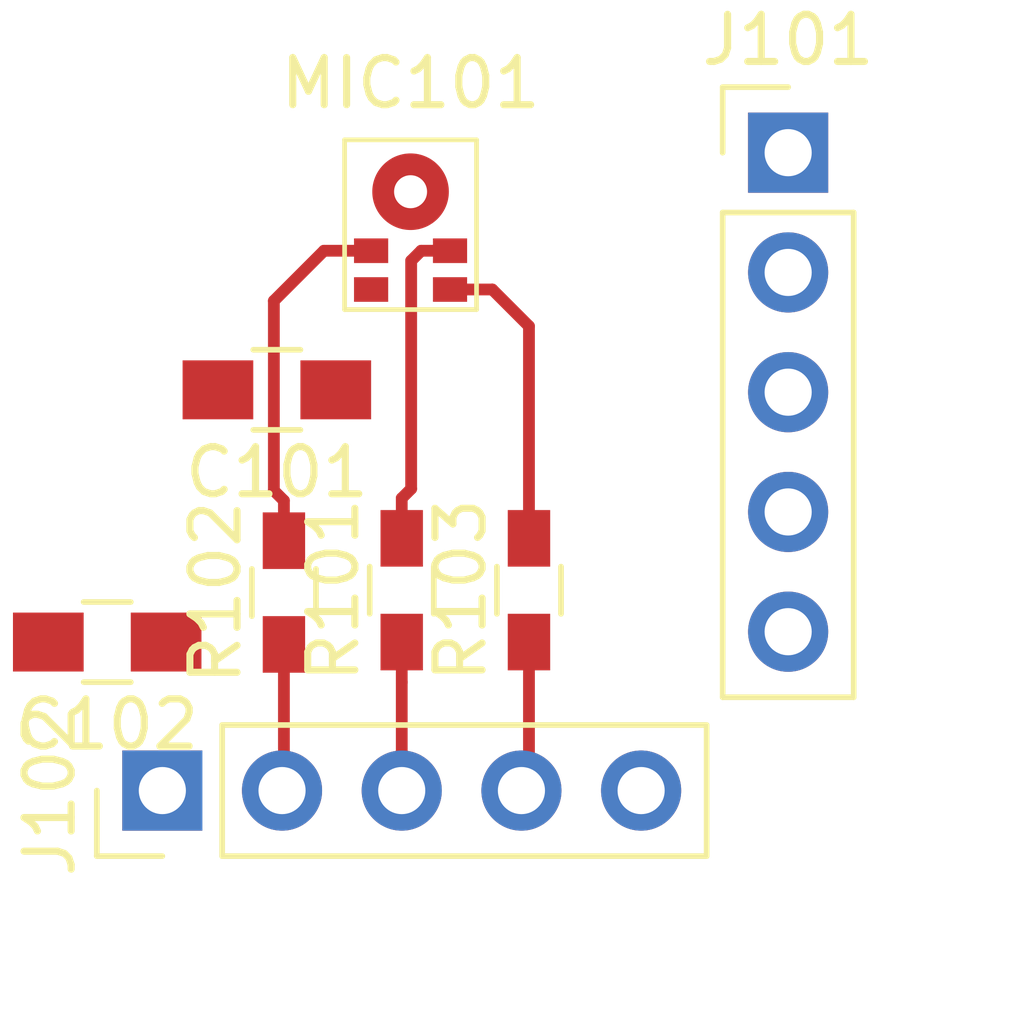
<source format=kicad_pcb>
(kicad_pcb (version 20221018) (generator pcbnew)
  (layers (0 "F.Cu" signal) (31 "B.Cu" signal) (34 "B.Paste" user) (35 "F.Paste" user) (36 "B.SilkS" user "B.Silkscreen") (37 "F.SilkS" user "F.Silkscreen") (38 "B.Mask" user) (39 "F.Mask" user) (44 "Edge.Cuts" user))
  (net 0 "")
  (net 1 "VCC")
  (net 2 "GND")
  (net 3 "Net-(J102-Pad2)")
  (net 4 "Net-(J102-Pad3)")
  (net 5 "Net-(J102-Pad4)")
  (net 6 "Net-(MIC101-Pad1)")
  (net 7 "Net-(MIC101-Pad2)")
  (net 8 "Net-(MIC101-Pad4)")
  (footprint "Capacitors_SMD:C_0805_HandSoldering" (layer "F.Cu") (at 147.85 109.55 180)
    (fp_text reference "C101" (at 0 -1.75 180) (layer "F.SilkS"))
    (fp_text value "1u")
    (fp_line (start -0.5 0.85) (end 0.5 0.85) (stroke (width 0.12)) (layer "F.SilkS"))
    (fp_line (start 0.5 -0.85) (end -0.5 -0.85) (stroke (width 0.12)) (layer "F.SilkS"))
    (pad "1" smd rect (at -1.25 0 180) (size 1.5 1.25) (layers "F.Cu" "F.Paste" "F.Mask") (net 1 "VCC"))
    (pad "2" smd rect (at 1.25 0 180) (size 1.5 1.25) (layers "F.Cu" "F.Paste" "F.Mask") (net 2 "GND"))
  )
  (footprint "Capacitors_SMD:C_0805_HandSoldering" (layer "F.Cu") (at 144.25 114.9 180)
    (fp_text reference "C102" (at 0 -1.75 180) (layer "F.SilkS"))
    (fp_text value "100n")
    (fp_line (start -0.5 0.85) (end 0.5 0.85) (stroke (width 0.12)) (layer "F.SilkS"))
    (fp_line (start 0.5 -0.85) (end -0.5 -0.85) (stroke (width 0.12)) (layer "F.SilkS"))
    (pad "1" smd rect (at -1.25 0 180) (size 1.5 1.25) (layers "F.Cu" "F.Paste" "F.Mask") (net 1 "VCC"))
    (pad "2" smd rect (at 1.25 0 180) (size 1.5 1.25) (layers "F.Cu" "F.Paste" "F.Mask") (net 2 "GND"))
  )
  (footprint "Pin_Headers:Pin_Header_Straight_1x05_Pitch2.54mm" (layer "F.Cu") (at 158.7 104.52)
    (fp_text reference "J101" (at 0 -2.39) (layer "F.SilkS"))
    (fp_text value "CONN_01X05")
    (fp_line (start -1.39 -1.39) (end 0 -1.39) (stroke (width 0.12)) (layer "F.SilkS"))
    (fp_line (start -1.39 0) (end -1.39 -1.39) (stroke (width 0.12)) (layer "F.SilkS"))
    (fp_line (start -1.39 1.27) (end -1.39 11.55) (stroke (width 0.12)) (layer "F.SilkS"))
    (fp_line (start -1.39 11.55) (end 1.39 11.55) (stroke (width 0.12)) (layer "F.SilkS"))
    (fp_line (start 1.39 1.27) (end -1.39 1.27) (stroke (width 0.12)) (layer "F.SilkS"))
    (fp_line (start 1.39 11.55) (end 1.39 1.27) (stroke (width 0.12)) (layer "F.SilkS"))
    (pad "1" thru_hole rect (at 0 0) (size 1.7 1.7) (drill 1) (layers "*.Cu" "*.Mask") (net 2 "GND"))
    (pad "2" thru_hole oval (at 0 2.54) (size 1.7 1.7) (drill 1) (layers "*.Cu" "*.Mask") (net 2 "GND"))
    (pad "3" thru_hole oval (at 0 5.08) (size 1.7 1.7) (drill 1) (layers "*.Cu" "*.Mask") (net 2 "GND"))
    (pad "4" thru_hole oval (at 0 7.62) (size 1.7 1.7) (drill 1) (layers "*.Cu" "*.Mask") (net 2 "GND"))
    (pad "5" thru_hole oval (at 0 10.16) (size 1.7 1.7) (drill 1) (layers "*.Cu" "*.Mask") (net 2 "GND"))
  )
  (footprint "Pin_Headers:Pin_Header_Straight_1x05_Pitch2.54mm" (layer "F.Cu") (at 145.42 118.05 90)
    (fp_text reference "J102" (at 0 -2.39 90) (layer "F.SilkS"))
    (fp_text value "CONN_01X05")
    (fp_line (start -1.39 -1.39) (end 0 -1.39) (stroke (width 0.12)) (layer "F.SilkS"))
    (fp_line (start -1.39 0) (end -1.39 -1.39) (stroke (width 0.12)) (layer "F.SilkS"))
    (fp_line (start -1.39 1.27) (end -1.39 11.55) (stroke (width 0.12)) (layer "F.SilkS"))
    (fp_line (start -1.39 11.55) (end 1.39 11.55) (stroke (width 0.12)) (layer "F.SilkS"))
    (fp_line (start 1.39 1.27) (end -1.39 1.27) (stroke (width 0.12)) (layer "F.SilkS"))
    (fp_line (start 1.39 11.55) (end 1.39 1.27) (stroke (width 0.12)) (layer "F.SilkS"))
    (pad "1" thru_hole rect (at 0 0 90) (size 1.7 1.7) (drill 1) (layers "*.Cu" "*.Mask") (net 1 "VCC"))
    (pad "2" thru_hole oval (at 0 2.54 90) (size 1.7 1.7) (drill 1) (layers "*.Cu" "*.Mask") (net 3 "Net-(J102-Pad2)"))
    (pad "3" thru_hole oval (at 0 5.08 90) (size 1.7 1.7) (drill 1) (layers "*.Cu" "*.Mask") (net 4 "Net-(J102-Pad3)"))
    (pad "4" thru_hole oval (at 0 7.62 90) (size 1.7 1.7) (drill 1) (layers "*.Cu" "*.Mask") (net 5 "Net-(J102-Pad4)"))
    (pad "5" thru_hole oval (at 0 10.16 90) (size 1.7 1.7) (drill 1) (layers "*.Cu" "*.Mask") (net 2 "GND"))
  )
  (footprint "knowles:SPH0641LU4H-1" (layer "F.Cu") (at 150.6875 105.348 180)
    (fp_text reference "MIC101" (at 0 2.3 180) (layer "F.SilkS"))
    (fp_text value "SPH0641LU4H-1")
    (fp_line (start -1.4 -2.5) (end -1.4 1.1) (stroke (width 0.1)) (layer "F.SilkS"))
    (fp_line (start -1.4 1.1) (end 1.4 1.1) (stroke (width 0.1)) (layer "F.SilkS"))
    (fp_line (start 1.4 -2.5) (end -1.4 -2.5) (stroke (width 0.1)) (layer "F.SilkS"))
    (fp_line (start 1.4 1.1) (end 1.4 -2.5) (stroke (width 0.1)) (layer "F.SilkS"))
    (pad "" np_thru_hole circle (at 0 0 180) (size 0.7 0.7) (drill 0.7) (layers "*.Cu" "*.Mask"))
    (pad "1" smd rect (at -0.8375 -2.074 180) (size 0.725 0.522) (layers "F.Cu" "F.Paste" "F.Mask") (net 6 "Net-(MIC101-Pad1)"))
    (pad "2" smd rect (at -0.8375 -1.252 180) (size 0.725 0.522) (layers "F.Cu" "F.Paste" "F.Mask") (net 7 "Net-(MIC101-Pad2)"))
    (pad "3" smd circle (at 0 0 180) (size 1.625 1.625) (layers "F.Cu") (net 2 "GND"))
    (pad "4" smd rect (at 0.8375 -1.252 180) (size 0.725 0.522) (layers "F.Cu" "F.Paste" "F.Mask") (net 8 "Net-(MIC101-Pad4)"))
    (pad "5" smd rect (at 0.8375 -2.074 180) (size 0.725 0.522) (layers "F.Cu" "F.Paste" "F.Mask") (net 1 "VCC"))
  )
  (footprint "Resistors_SMD:R_0603_HandSoldering" (layer "F.Cu") (at 150.5 113.8 90)
    (fp_text reference "R101" (at 0 -1.45 90) (layer "F.SilkS"))
    (fp_text value "R")
    (fp_line (start -0.5 -0.68) (end 0.5 -0.68) (stroke (width 0.12)) (layer "F.SilkS"))
    (fp_line (start 0.5 0.68) (end -0.5 0.68) (stroke (width 0.12)) (layer "F.SilkS"))
    (pad "1" smd rect (at -1.1 0 90) (size 1.2 0.9) (layers "F.Cu" "F.Paste" "F.Mask") (net 4 "Net-(J102-Pad3)"))
    (pad "2" smd rect (at 1.1 0 90) (size 1.2 0.9) (layers "F.Cu" "F.Paste" "F.Mask") (net 7 "Net-(MIC101-Pad2)"))
  )
  (footprint "Resistors_SMD:R_0603_HandSoldering" (layer "F.Cu") (at 148 113.85 90)
    (fp_text reference "R102" (at 0 -1.45 90) (layer "F.SilkS"))
    (fp_text value "R")
    (fp_line (start -0.5 -0.68) (end 0.5 -0.68) (stroke (width 0.12)) (layer "F.SilkS"))
    (fp_line (start 0.5 0.68) (end -0.5 0.68) (stroke (width 0.12)) (layer "F.SilkS"))
    (pad "1" smd rect (at -1.1 0 90) (size 1.2 0.9) (layers "F.Cu" "F.Paste" "F.Mask") (net 3 "Net-(J102-Pad2)"))
    (pad "2" smd rect (at 1.1 0 90) (size 1.2 0.9) (layers "F.Cu" "F.Paste" "F.Mask") (net 8 "Net-(MIC101-Pad4)"))
  )
  (footprint "Resistors_SMD:R_0603_HandSoldering" (layer "F.Cu") (at 153.2 113.8 90)
    (fp_text reference "R103" (at 0 -1.45 90) (layer "F.SilkS"))
    (fp_text value "R")
    (fp_line (start -0.5 -0.68) (end 0.5 -0.68) (stroke (width 0.12)) (layer "F.SilkS"))
    (fp_line (start 0.5 0.68) (end -0.5 0.68) (stroke (width 0.12)) (layer "F.SilkS"))
    (pad "1" smd rect (at -1.1 0 90) (size 1.2 0.9) (layers "F.Cu" "F.Paste" "F.Mask") (net 5 "Net-(J102-Pad4)"))
    (pad "2" smd rect (at 1.1 0 90) (size 1.2 0.9) (layers "F.Cu" "F.Paste" "F.Mask") (net 6 "Net-(MIC101-Pad1)"))
  )
  (segment (start 148 114.95) (end 148 118.01) (width 0.25) (layer "F.Cu") (net 3))
  (segment (start 148 118.01) (end 147.96 118.05) (width 0.25) (layer "F.Cu") (net 3))
  (segment (start 150.5 115.75) (end 150.5 118.05) (width 0.25) (layer "F.Cu") (net 4))
  (segment (start 150.5 114.9) (end 150.5 115.75) (width 0.25) (layer "F.Cu") (net 4))
  (segment (start 153.2 117.89) (end 153.04 118.05) (width 0.25) (layer "F.Cu") (net 5))
  (segment (start 153.2 114.9) (end 153.2 117.89) (width 0.25) (layer "F.Cu") (net 5))
  (segment (start 152.422 107.422) (end 151.525 107.422) (width 0.25) (layer "F.Cu") (net 6))
  (segment (start 153.2 112.7) (end 153.2 108.2) (width 0.25) (layer "F.Cu") (net 6))
  (segment (start 153.2 108.2) (end 152.422 107.422) (width 0.25) (layer "F.Cu") (net 6))
  (segment (start 150.7 106.8125) (end 150.9125 106.6) (width 0.25) (layer "F.Cu") (net 7))
  (segment (start 150.7 111.65) (end 150.7 106.8125) (width 0.25) (layer "F.Cu") (net 7))
  (segment (start 150.5 111.85) (end 150.7 111.65) (width 0.25) (layer "F.Cu") (net 7))
  (segment (start 150.5 112.7) (end 150.5 111.85) (width 0.25) (layer "F.Cu") (net 7))
  (segment (start 150.9125 106.6) (end 151.525 106.6) (width 0.25) (layer "F.Cu") (net 7))
  (segment (start 148.85 106.6) (end 149.85 106.6) (width 0.25) (layer "F.Cu") (net 8))
  (segment (start 148 112.75) (end 148 111.9) (width 0.25) (layer "F.Cu") (net 8))
  (segment (start 148 111.9) (end 147.786713 111.686713) (width 0.25) (layer "F.Cu") (net 8))
  (segment (start 147.786713 107.663287) (end 148.85 106.6) (width 0.25) (layer "F.Cu") (net 8))
  (segment (start 147.786713 111.686713) (end 147.786713 107.663287) (width 0.25) (layer "F.Cu") (net 8))
)
</source>
